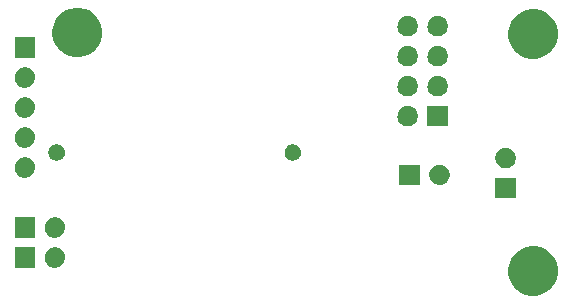
<source format=gbs>
G04 (created by PCBNEW (2013-jul-07)-stable) date Ср. 13 мая 2015 13:25:06*
%MOIN*%
G04 Gerber Fmt 3.4, Leading zero omitted, Abs format*
%FSLAX34Y34*%
G01*
G70*
G90*
G04 APERTURE LIST*
%ADD10C,0.00590551*%
G04 APERTURE END LIST*
G54D10*
G36*
X43340Y-13473D02*
X43339Y-13535D01*
X43322Y-13614D01*
X43300Y-13662D01*
X43253Y-13728D01*
X43216Y-13764D01*
X43147Y-13808D01*
X43099Y-13827D01*
X43018Y-13841D01*
X42967Y-13840D01*
X42886Y-13822D01*
X42840Y-13802D01*
X42772Y-13755D01*
X42737Y-13718D01*
X42692Y-13649D01*
X42673Y-13602D01*
X42658Y-13520D01*
X42659Y-13470D01*
X42676Y-13388D01*
X42696Y-13342D01*
X42743Y-13273D01*
X42779Y-13238D01*
X42849Y-13192D01*
X42894Y-13174D01*
X42977Y-13158D01*
X43026Y-13159D01*
X43109Y-13176D01*
X43154Y-13194D01*
X43225Y-13242D01*
X43259Y-13276D01*
X43306Y-13347D01*
X43324Y-13392D01*
X43340Y-13473D01*
X43340Y-13473D01*
G37*
G36*
X43340Y-14473D02*
X43339Y-14535D01*
X43322Y-14614D01*
X43300Y-14662D01*
X43253Y-14728D01*
X43216Y-14764D01*
X43147Y-14808D01*
X43099Y-14827D01*
X43018Y-14841D01*
X42967Y-14840D01*
X42886Y-14822D01*
X42840Y-14802D01*
X42772Y-14755D01*
X42737Y-14718D01*
X42692Y-14649D01*
X42673Y-14602D01*
X42658Y-14520D01*
X42659Y-14470D01*
X42676Y-14388D01*
X42696Y-14342D01*
X42743Y-14273D01*
X42779Y-14238D01*
X42849Y-14192D01*
X42894Y-14174D01*
X42977Y-14158D01*
X43026Y-14159D01*
X43109Y-14176D01*
X43154Y-14194D01*
X43225Y-14242D01*
X43259Y-14276D01*
X43306Y-14347D01*
X43324Y-14392D01*
X43340Y-14473D01*
X43340Y-14473D01*
G37*
G36*
X43340Y-15473D02*
X43339Y-15535D01*
X43322Y-15614D01*
X43300Y-15662D01*
X43253Y-15728D01*
X43216Y-15764D01*
X43147Y-15808D01*
X43099Y-15827D01*
X43018Y-15841D01*
X42967Y-15840D01*
X42886Y-15822D01*
X42840Y-15802D01*
X42772Y-15755D01*
X42737Y-15718D01*
X42692Y-15649D01*
X42673Y-15602D01*
X42658Y-15520D01*
X42659Y-15470D01*
X42676Y-15388D01*
X42696Y-15342D01*
X42743Y-15273D01*
X42779Y-15238D01*
X42849Y-15192D01*
X42894Y-15174D01*
X42977Y-15158D01*
X43026Y-15159D01*
X43109Y-15176D01*
X43154Y-15194D01*
X43225Y-15242D01*
X43259Y-15276D01*
X43306Y-15347D01*
X43324Y-15392D01*
X43340Y-15473D01*
X43340Y-15473D01*
G37*
G36*
X43340Y-16473D02*
X43339Y-16535D01*
X43322Y-16614D01*
X43300Y-16662D01*
X43253Y-16728D01*
X43216Y-16764D01*
X43147Y-16808D01*
X43099Y-16827D01*
X43018Y-16841D01*
X42967Y-16840D01*
X42886Y-16822D01*
X42840Y-16802D01*
X42772Y-16755D01*
X42737Y-16718D01*
X42692Y-16649D01*
X42673Y-16602D01*
X42658Y-16520D01*
X42659Y-16470D01*
X42676Y-16388D01*
X42696Y-16342D01*
X42743Y-16273D01*
X42779Y-16238D01*
X42849Y-16192D01*
X42894Y-16174D01*
X42977Y-16158D01*
X43026Y-16159D01*
X43109Y-16176D01*
X43154Y-16194D01*
X43225Y-16242D01*
X43259Y-16276D01*
X43306Y-16347D01*
X43324Y-16392D01*
X43340Y-16473D01*
X43340Y-16473D01*
G37*
G36*
X43341Y-12841D02*
X42658Y-12841D01*
X42658Y-12158D01*
X43341Y-12158D01*
X43341Y-12841D01*
X43341Y-12841D01*
G37*
G36*
X43341Y-18841D02*
X42658Y-18841D01*
X42658Y-18158D01*
X43341Y-18158D01*
X43341Y-18841D01*
X43341Y-18841D01*
G37*
G36*
X43341Y-19841D02*
X42658Y-19841D01*
X42658Y-19158D01*
X43341Y-19158D01*
X43341Y-19841D01*
X43341Y-19841D01*
G37*
G36*
X44339Y-15979D02*
X44339Y-16027D01*
X44324Y-16094D01*
X44307Y-16130D01*
X44268Y-16186D01*
X44239Y-16214D01*
X44181Y-16251D01*
X44144Y-16265D01*
X44076Y-16277D01*
X44037Y-16276D01*
X43969Y-16261D01*
X43934Y-16246D01*
X43876Y-16206D01*
X43850Y-16178D01*
X43812Y-16119D01*
X43798Y-16084D01*
X43785Y-16014D01*
X43786Y-15977D01*
X43800Y-15907D01*
X43815Y-15873D01*
X43855Y-15814D01*
X43882Y-15788D01*
X43942Y-15749D01*
X43976Y-15735D01*
X44046Y-15722D01*
X44083Y-15722D01*
X44153Y-15737D01*
X44187Y-15751D01*
X44247Y-15791D01*
X44272Y-15817D01*
X44312Y-15877D01*
X44326Y-15910D01*
X44339Y-15979D01*
X44339Y-15979D01*
G37*
G36*
X44340Y-18473D02*
X44339Y-18535D01*
X44322Y-18614D01*
X44300Y-18662D01*
X44253Y-18728D01*
X44216Y-18764D01*
X44147Y-18808D01*
X44099Y-18827D01*
X44018Y-18841D01*
X43967Y-18840D01*
X43886Y-18822D01*
X43840Y-18802D01*
X43772Y-18755D01*
X43737Y-18718D01*
X43692Y-18649D01*
X43673Y-18602D01*
X43658Y-18520D01*
X43659Y-18470D01*
X43676Y-18388D01*
X43696Y-18342D01*
X43743Y-18273D01*
X43779Y-18238D01*
X43849Y-18192D01*
X43894Y-18174D01*
X43977Y-18158D01*
X44026Y-18159D01*
X44109Y-18176D01*
X44154Y-18194D01*
X44225Y-18242D01*
X44259Y-18276D01*
X44306Y-18347D01*
X44324Y-18392D01*
X44340Y-18473D01*
X44340Y-18473D01*
G37*
G36*
X44340Y-19473D02*
X44339Y-19535D01*
X44322Y-19614D01*
X44300Y-19662D01*
X44253Y-19728D01*
X44216Y-19764D01*
X44147Y-19808D01*
X44099Y-19827D01*
X44018Y-19841D01*
X43967Y-19840D01*
X43886Y-19822D01*
X43840Y-19802D01*
X43772Y-19755D01*
X43737Y-19718D01*
X43692Y-19649D01*
X43673Y-19602D01*
X43658Y-19520D01*
X43659Y-19470D01*
X43676Y-19388D01*
X43696Y-19342D01*
X43743Y-19273D01*
X43779Y-19238D01*
X43849Y-19192D01*
X43894Y-19174D01*
X43977Y-19158D01*
X44026Y-19159D01*
X44109Y-19176D01*
X44154Y-19194D01*
X44225Y-19242D01*
X44259Y-19276D01*
X44306Y-19347D01*
X44324Y-19392D01*
X44340Y-19473D01*
X44340Y-19473D01*
G37*
G36*
X45578Y-11925D02*
X45575Y-12097D01*
X45536Y-12269D01*
X45476Y-12404D01*
X45374Y-12548D01*
X45267Y-12650D01*
X45118Y-12745D01*
X44980Y-12798D01*
X44806Y-12829D01*
X44659Y-12826D01*
X44485Y-12788D01*
X44351Y-12729D01*
X44204Y-12628D01*
X44103Y-12522D01*
X44006Y-12372D01*
X43952Y-12237D01*
X43920Y-12061D01*
X43922Y-11915D01*
X43959Y-11740D01*
X44017Y-11606D01*
X44118Y-11458D01*
X44222Y-11357D01*
X44372Y-11258D01*
X44506Y-11204D01*
X44683Y-11170D01*
X44827Y-11171D01*
X45004Y-11208D01*
X45137Y-11264D01*
X45287Y-11365D01*
X45388Y-11467D01*
X45488Y-11617D01*
X45543Y-11750D01*
X45578Y-11925D01*
X45578Y-11925D01*
G37*
G36*
X52214Y-15979D02*
X52213Y-16027D01*
X52198Y-16094D01*
X52181Y-16130D01*
X52142Y-16186D01*
X52113Y-16214D01*
X52055Y-16251D01*
X52018Y-16265D01*
X51950Y-16277D01*
X51911Y-16276D01*
X51843Y-16261D01*
X51808Y-16246D01*
X51750Y-16206D01*
X51724Y-16178D01*
X51686Y-16119D01*
X51672Y-16084D01*
X51659Y-16014D01*
X51660Y-15977D01*
X51674Y-15907D01*
X51689Y-15873D01*
X51729Y-15814D01*
X51756Y-15788D01*
X51816Y-15749D01*
X51850Y-15735D01*
X51920Y-15722D01*
X51957Y-15722D01*
X52027Y-15737D01*
X52061Y-15751D01*
X52121Y-15791D01*
X52146Y-15817D01*
X52186Y-15877D01*
X52200Y-15910D01*
X52214Y-15979D01*
X52214Y-15979D01*
G37*
G36*
X56105Y-11763D02*
X56104Y-11825D01*
X56087Y-11904D01*
X56065Y-11952D01*
X56018Y-12018D01*
X55981Y-12054D01*
X55912Y-12098D01*
X55864Y-12117D01*
X55783Y-12131D01*
X55732Y-12130D01*
X55651Y-12112D01*
X55605Y-12092D01*
X55537Y-12045D01*
X55502Y-12008D01*
X55457Y-11939D01*
X55438Y-11892D01*
X55423Y-11810D01*
X55424Y-11760D01*
X55441Y-11678D01*
X55461Y-11632D01*
X55508Y-11563D01*
X55544Y-11528D01*
X55614Y-11482D01*
X55659Y-11464D01*
X55742Y-11448D01*
X55791Y-11449D01*
X55874Y-11466D01*
X55919Y-11484D01*
X55990Y-11532D01*
X56024Y-11566D01*
X56071Y-11637D01*
X56089Y-11682D01*
X56105Y-11763D01*
X56105Y-11763D01*
G37*
G36*
X56105Y-12763D02*
X56104Y-12825D01*
X56087Y-12904D01*
X56065Y-12952D01*
X56018Y-13018D01*
X55981Y-13054D01*
X55912Y-13098D01*
X55864Y-13117D01*
X55783Y-13131D01*
X55732Y-13130D01*
X55651Y-13112D01*
X55605Y-13092D01*
X55537Y-13045D01*
X55502Y-13008D01*
X55457Y-12939D01*
X55438Y-12892D01*
X55423Y-12810D01*
X55424Y-12760D01*
X55441Y-12678D01*
X55461Y-12632D01*
X55508Y-12563D01*
X55544Y-12528D01*
X55614Y-12482D01*
X55659Y-12464D01*
X55742Y-12448D01*
X55791Y-12449D01*
X55874Y-12466D01*
X55919Y-12484D01*
X55990Y-12532D01*
X56024Y-12566D01*
X56071Y-12637D01*
X56089Y-12682D01*
X56105Y-12763D01*
X56105Y-12763D01*
G37*
G36*
X56105Y-13763D02*
X56104Y-13825D01*
X56087Y-13904D01*
X56065Y-13952D01*
X56018Y-14018D01*
X55981Y-14054D01*
X55912Y-14098D01*
X55864Y-14117D01*
X55783Y-14131D01*
X55732Y-14130D01*
X55651Y-14112D01*
X55605Y-14092D01*
X55537Y-14045D01*
X55502Y-14008D01*
X55457Y-13939D01*
X55438Y-13892D01*
X55423Y-13810D01*
X55424Y-13760D01*
X55441Y-13678D01*
X55461Y-13632D01*
X55508Y-13563D01*
X55544Y-13528D01*
X55614Y-13482D01*
X55659Y-13464D01*
X55742Y-13448D01*
X55791Y-13449D01*
X55874Y-13466D01*
X55919Y-13484D01*
X55990Y-13532D01*
X56024Y-13566D01*
X56071Y-13637D01*
X56089Y-13682D01*
X56105Y-13763D01*
X56105Y-13763D01*
G37*
G36*
X56105Y-14763D02*
X56104Y-14825D01*
X56087Y-14904D01*
X56065Y-14952D01*
X56018Y-15018D01*
X55981Y-15054D01*
X55912Y-15098D01*
X55864Y-15117D01*
X55783Y-15131D01*
X55732Y-15130D01*
X55651Y-15112D01*
X55605Y-15092D01*
X55537Y-15045D01*
X55502Y-15008D01*
X55457Y-14939D01*
X55438Y-14892D01*
X55423Y-14810D01*
X55424Y-14760D01*
X55441Y-14678D01*
X55461Y-14632D01*
X55508Y-14563D01*
X55544Y-14528D01*
X55614Y-14482D01*
X55659Y-14464D01*
X55742Y-14448D01*
X55791Y-14449D01*
X55874Y-14466D01*
X55919Y-14484D01*
X55990Y-14532D01*
X56024Y-14566D01*
X56071Y-14637D01*
X56089Y-14682D01*
X56105Y-14763D01*
X56105Y-14763D01*
G37*
G36*
X56161Y-17086D02*
X55478Y-17086D01*
X55478Y-16403D01*
X56161Y-16403D01*
X56161Y-17086D01*
X56161Y-17086D01*
G37*
G36*
X57105Y-11763D02*
X57104Y-11825D01*
X57087Y-11904D01*
X57065Y-11952D01*
X57018Y-12018D01*
X56981Y-12054D01*
X56912Y-12098D01*
X56864Y-12117D01*
X56783Y-12131D01*
X56732Y-12130D01*
X56651Y-12112D01*
X56605Y-12092D01*
X56537Y-12045D01*
X56502Y-12008D01*
X56457Y-11939D01*
X56438Y-11892D01*
X56423Y-11810D01*
X56424Y-11760D01*
X56441Y-11678D01*
X56461Y-11632D01*
X56508Y-11563D01*
X56544Y-11528D01*
X56614Y-11482D01*
X56659Y-11464D01*
X56742Y-11448D01*
X56791Y-11449D01*
X56874Y-11466D01*
X56919Y-11484D01*
X56990Y-11532D01*
X57024Y-11566D01*
X57071Y-11637D01*
X57089Y-11682D01*
X57105Y-11763D01*
X57105Y-11763D01*
G37*
G36*
X57105Y-12763D02*
X57104Y-12825D01*
X57087Y-12904D01*
X57065Y-12952D01*
X57018Y-13018D01*
X56981Y-13054D01*
X56912Y-13098D01*
X56864Y-13117D01*
X56783Y-13131D01*
X56732Y-13130D01*
X56651Y-13112D01*
X56605Y-13092D01*
X56537Y-13045D01*
X56502Y-13008D01*
X56457Y-12939D01*
X56438Y-12892D01*
X56423Y-12810D01*
X56424Y-12760D01*
X56441Y-12678D01*
X56461Y-12632D01*
X56508Y-12563D01*
X56544Y-12528D01*
X56614Y-12482D01*
X56659Y-12464D01*
X56742Y-12448D01*
X56791Y-12449D01*
X56874Y-12466D01*
X56919Y-12484D01*
X56990Y-12532D01*
X57024Y-12566D01*
X57071Y-12637D01*
X57089Y-12682D01*
X57105Y-12763D01*
X57105Y-12763D01*
G37*
G36*
X57105Y-13763D02*
X57104Y-13825D01*
X57087Y-13904D01*
X57065Y-13952D01*
X57018Y-14018D01*
X56981Y-14054D01*
X56912Y-14098D01*
X56864Y-14117D01*
X56783Y-14131D01*
X56732Y-14130D01*
X56651Y-14112D01*
X56605Y-14092D01*
X56537Y-14045D01*
X56502Y-14008D01*
X56457Y-13939D01*
X56438Y-13892D01*
X56423Y-13810D01*
X56424Y-13760D01*
X56441Y-13678D01*
X56461Y-13632D01*
X56508Y-13563D01*
X56544Y-13528D01*
X56614Y-13482D01*
X56659Y-13464D01*
X56742Y-13448D01*
X56791Y-13449D01*
X56874Y-13466D01*
X56919Y-13484D01*
X56990Y-13532D01*
X57024Y-13566D01*
X57071Y-13637D01*
X57089Y-13682D01*
X57105Y-13763D01*
X57105Y-13763D01*
G37*
G36*
X57106Y-15131D02*
X56423Y-15131D01*
X56423Y-14448D01*
X57106Y-14448D01*
X57106Y-15131D01*
X57106Y-15131D01*
G37*
G36*
X57160Y-16718D02*
X57159Y-16780D01*
X57142Y-16859D01*
X57120Y-16907D01*
X57073Y-16973D01*
X57036Y-17009D01*
X56967Y-17053D01*
X56919Y-17072D01*
X56838Y-17086D01*
X56787Y-17085D01*
X56706Y-17067D01*
X56660Y-17047D01*
X56592Y-17000D01*
X56557Y-16963D01*
X56512Y-16894D01*
X56493Y-16847D01*
X56478Y-16765D01*
X56479Y-16715D01*
X56496Y-16633D01*
X56516Y-16587D01*
X56563Y-16518D01*
X56599Y-16483D01*
X56669Y-16437D01*
X56714Y-16419D01*
X56797Y-16403D01*
X56846Y-16404D01*
X56929Y-16421D01*
X56974Y-16439D01*
X57045Y-16487D01*
X57079Y-16521D01*
X57126Y-16592D01*
X57144Y-16637D01*
X57160Y-16718D01*
X57160Y-16718D01*
G37*
G36*
X59365Y-16153D02*
X59364Y-16215D01*
X59347Y-16294D01*
X59325Y-16342D01*
X59278Y-16408D01*
X59241Y-16444D01*
X59172Y-16488D01*
X59124Y-16507D01*
X59043Y-16521D01*
X58992Y-16520D01*
X58911Y-16502D01*
X58865Y-16482D01*
X58797Y-16435D01*
X58762Y-16398D01*
X58717Y-16329D01*
X58698Y-16282D01*
X58683Y-16200D01*
X58684Y-16150D01*
X58701Y-16068D01*
X58721Y-16022D01*
X58768Y-15953D01*
X58804Y-15918D01*
X58874Y-15872D01*
X58919Y-15854D01*
X59002Y-15838D01*
X59051Y-15839D01*
X59134Y-15856D01*
X59179Y-15874D01*
X59250Y-15922D01*
X59284Y-15956D01*
X59331Y-16027D01*
X59349Y-16072D01*
X59365Y-16153D01*
X59365Y-16153D01*
G37*
G36*
X59366Y-17521D02*
X58683Y-17521D01*
X58683Y-16838D01*
X59366Y-16838D01*
X59366Y-17521D01*
X59366Y-17521D01*
G37*
G36*
X60778Y-11975D02*
X60775Y-12147D01*
X60736Y-12319D01*
X60676Y-12454D01*
X60574Y-12598D01*
X60467Y-12700D01*
X60318Y-12795D01*
X60180Y-12848D01*
X60006Y-12879D01*
X59859Y-12876D01*
X59685Y-12838D01*
X59551Y-12779D01*
X59404Y-12678D01*
X59303Y-12572D01*
X59206Y-12422D01*
X59152Y-12287D01*
X59120Y-12111D01*
X59122Y-11965D01*
X59159Y-11790D01*
X59217Y-11656D01*
X59318Y-11508D01*
X59422Y-11407D01*
X59572Y-11308D01*
X59706Y-11254D01*
X59883Y-11220D01*
X60027Y-11221D01*
X60204Y-11258D01*
X60337Y-11314D01*
X60487Y-11415D01*
X60588Y-11517D01*
X60688Y-11667D01*
X60743Y-11800D01*
X60778Y-11975D01*
X60778Y-11975D01*
G37*
G36*
X60778Y-19875D02*
X60775Y-20047D01*
X60736Y-20219D01*
X60676Y-20354D01*
X60574Y-20498D01*
X60467Y-20600D01*
X60318Y-20695D01*
X60180Y-20748D01*
X60006Y-20779D01*
X59859Y-20776D01*
X59685Y-20738D01*
X59551Y-20679D01*
X59404Y-20578D01*
X59303Y-20472D01*
X59206Y-20322D01*
X59152Y-20187D01*
X59120Y-20011D01*
X59122Y-19865D01*
X59159Y-19690D01*
X59217Y-19556D01*
X59318Y-19408D01*
X59422Y-19307D01*
X59572Y-19208D01*
X59706Y-19154D01*
X59883Y-19120D01*
X60027Y-19121D01*
X60204Y-19158D01*
X60337Y-19214D01*
X60487Y-19315D01*
X60588Y-19417D01*
X60688Y-19567D01*
X60743Y-19700D01*
X60778Y-19875D01*
X60778Y-19875D01*
G37*
M02*

</source>
